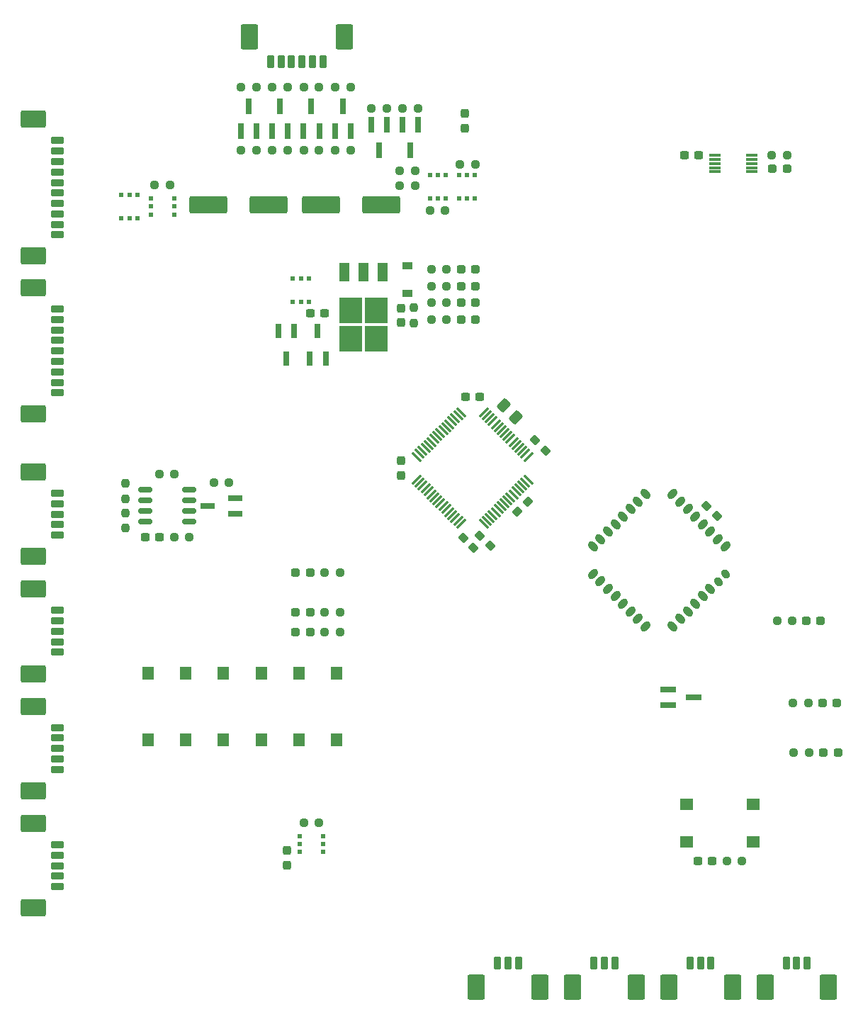
<source format=gtp>
%TF.GenerationSoftware,KiCad,Pcbnew,(6.0.11)*%
%TF.CreationDate,2023-08-10T00:19:00+09:00*%
%TF.ProjectId,main,6d61696e-2e6b-4696-9361-645f70636258,rev?*%
%TF.SameCoordinates,Original*%
%TF.FileFunction,Paste,Top*%
%TF.FilePolarity,Positive*%
%FSLAX46Y46*%
G04 Gerber Fmt 4.6, Leading zero omitted, Abs format (unit mm)*
G04 Created by KiCad (PCBNEW (6.0.11)) date 2023-08-10 00:19:00*
%MOMM*%
%LPD*%
G01*
G04 APERTURE LIST*
G04 Aperture macros list*
%AMRoundRect*
0 Rectangle with rounded corners*
0 $1 Rounding radius*
0 $2 $3 $4 $5 $6 $7 $8 $9 X,Y pos of 4 corners*
0 Add a 4 corners polygon primitive as box body*
4,1,4,$2,$3,$4,$5,$6,$7,$8,$9,$2,$3,0*
0 Add four circle primitives for the rounded corners*
1,1,$1+$1,$2,$3*
1,1,$1+$1,$4,$5*
1,1,$1+$1,$6,$7*
1,1,$1+$1,$8,$9*
0 Add four rect primitives between the rounded corners*
20,1,$1+$1,$2,$3,$4,$5,0*
20,1,$1+$1,$4,$5,$6,$7,0*
20,1,$1+$1,$6,$7,$8,$9,0*
20,1,$1+$1,$8,$9,$2,$3,0*%
%AMHorizOval*
0 Thick line with rounded ends*
0 $1 width*
0 $2 $3 position (X,Y) of the first rounded end (center of the circle)*
0 $4 $5 position (X,Y) of the second rounded end (center of the circle)*
0 Add line between two ends*
20,1,$1,$2,$3,$4,$5,0*
0 Add two circle primitives to create the rounded ends*
1,1,$1,$2,$3*
1,1,$1,$4,$5*%
G04 Aperture macros list end*
%ADD10RoundRect,0.237500X0.300000X0.237500X-0.300000X0.237500X-0.300000X-0.237500X0.300000X-0.237500X0*%
%ADD11RoundRect,0.237500X0.380070X-0.044194X-0.044194X0.380070X-0.380070X0.044194X0.044194X-0.380070X0*%
%ADD12R,1.400000X1.600000*%
%ADD13RoundRect,0.237500X-0.237500X0.300000X-0.237500X-0.300000X0.237500X-0.300000X0.237500X0.300000X0*%
%ADD14RoundRect,0.237500X-0.250000X-0.237500X0.250000X-0.237500X0.250000X0.237500X-0.250000X0.237500X0*%
%ADD15RoundRect,0.237500X0.287500X0.237500X-0.287500X0.237500X-0.287500X-0.237500X0.287500X-0.237500X0*%
%ADD16R,0.620000X0.575000*%
%ADD17R,1.200000X0.900000*%
%ADD18R,1.900000X0.800000*%
%ADD19R,1.800000X0.800000*%
%ADD20RoundRect,0.237500X0.250000X0.237500X-0.250000X0.237500X-0.250000X-0.237500X0.250000X-0.237500X0*%
%ADD21RoundRect,0.200000X-0.600000X0.200000X-0.600000X-0.200000X0.600000X-0.200000X0.600000X0.200000X0*%
%ADD22RoundRect,0.250001X-1.249999X0.799999X-1.249999X-0.799999X1.249999X-0.799999X1.249999X0.799999X0*%
%ADD23RoundRect,0.237500X-0.237500X0.250000X-0.237500X-0.250000X0.237500X-0.250000X0.237500X0.250000X0*%
%ADD24RoundRect,0.237500X-0.287500X-0.237500X0.287500X-0.237500X0.287500X0.237500X-0.287500X0.237500X0*%
%ADD25R,0.575000X0.620000*%
%ADD26RoundRect,0.237500X0.237500X-0.300000X0.237500X0.300000X-0.237500X0.300000X-0.237500X-0.300000X0*%
%ADD27RoundRect,0.200000X0.200000X0.600000X-0.200000X0.600000X-0.200000X-0.600000X0.200000X-0.600000X0*%
%ADD28RoundRect,0.250001X0.799999X1.249999X-0.799999X1.249999X-0.799999X-1.249999X0.799999X-1.249999X0*%
%ADD29RoundRect,0.237500X-0.380070X0.044194X0.044194X-0.380070X0.380070X-0.044194X-0.044194X0.380070X0*%
%ADD30R,1.600000X1.400000*%
%ADD31RoundRect,0.237500X0.237500X-0.250000X0.237500X0.250000X-0.237500X0.250000X-0.237500X-0.250000X0*%
%ADD32RoundRect,0.250001X-1.999999X-0.799999X1.999999X-0.799999X1.999999X0.799999X-1.999999X0.799999X0*%
%ADD33RoundRect,0.250001X1.999999X0.799999X-1.999999X0.799999X-1.999999X-0.799999X1.999999X-0.799999X0*%
%ADD34R,2.750000X3.050000*%
%ADD35R,1.200000X2.200000*%
%ADD36HorizOval,0.900000X-0.176777X-0.176777X0.176777X0.176777X0*%
%ADD37HorizOval,0.900000X-0.176777X0.176777X0.176777X-0.176777X0*%
%ADD38HorizOval,0.900000X-0.106066X0.106066X0.106066X-0.106066X0*%
%ADD39R,0.800000X1.900000*%
%ADD40RoundRect,0.200000X-0.200000X-0.600000X0.200000X-0.600000X0.200000X0.600000X-0.200000X0.600000X0*%
%ADD41RoundRect,0.250001X-0.799999X-1.249999X0.799999X-1.249999X0.799999X1.249999X-0.799999X1.249999X0*%
%ADD42R,1.400000X0.300000*%
%ADD43RoundRect,0.075000X0.548008X-0.441942X-0.441942X0.548008X-0.548008X0.441942X0.441942X-0.548008X0*%
%ADD44RoundRect,0.075000X0.548008X0.441942X0.441942X0.548008X-0.548008X-0.441942X-0.441942X-0.548008X0*%
%ADD45RoundRect,0.237500X0.044194X0.380070X-0.380070X-0.044194X-0.044194X-0.380070X0.380070X0.044194X0*%
%ADD46RoundRect,0.237500X-0.300000X-0.237500X0.300000X-0.237500X0.300000X0.237500X-0.300000X0.237500X0*%
%ADD47R,0.800000X1.800000*%
%ADD48RoundRect,0.250000X0.574524X0.097227X0.097227X0.574524X-0.574524X-0.097227X-0.097227X-0.574524X0*%
%ADD49RoundRect,0.150000X0.675000X0.150000X-0.675000X0.150000X-0.675000X-0.150000X0.675000X-0.150000X0*%
G04 APERTURE END LIST*
D10*
%TO.C,C17*%
X96112500Y-79840000D03*
X94387500Y-79840000D03*
%TD*%
D11*
%TO.C,C21*%
X142959880Y-104049880D03*
X141740120Y-102830120D03*
%TD*%
D12*
%TO.C,SW7*%
X79500000Y-130840000D03*
X79500000Y-122840000D03*
X75000000Y-122840000D03*
X75000000Y-130840000D03*
%TD*%
D13*
%TO.C,C22*%
X105250000Y-79227500D03*
X105250000Y-80952500D03*
%TD*%
D14*
%TO.C,R67*%
X93587500Y-52840000D03*
X95412500Y-52840000D03*
%TD*%
%TO.C,R47*%
X96087500Y-115540000D03*
X97912500Y-115540000D03*
%TD*%
%TO.C,R69*%
X86087500Y-52840000D03*
X87912500Y-52840000D03*
%TD*%
%TO.C,R48*%
X96087500Y-117940000D03*
X97912500Y-117940000D03*
%TD*%
D10*
%TO.C,C18*%
X114612500Y-89840000D03*
X112887500Y-89840000D03*
%TD*%
D15*
%TO.C,D8*%
X114125000Y-74590000D03*
X112375000Y-74590000D03*
%TD*%
D14*
%TO.C,R68*%
X89837500Y-52840000D03*
X91662500Y-52840000D03*
%TD*%
D16*
%TO.C,Q9*%
X92300000Y-78478000D03*
X93250000Y-78478000D03*
X94200000Y-78478000D03*
X94200000Y-75702000D03*
X93250000Y-75702000D03*
X92300000Y-75702000D03*
%TD*%
D17*
%TO.C,D7*%
X106000000Y-74190000D03*
X106000000Y-77490000D03*
%TD*%
D18*
%TO.C,Q6*%
X137150000Y-124790000D03*
X137150000Y-126690000D03*
X140150000Y-125740000D03*
%TD*%
D19*
%TO.C,Q14*%
X85400000Y-103790000D03*
X85400000Y-101890000D03*
X82100000Y-102840000D03*
%TD*%
D20*
%TO.C,R39*%
X153862500Y-126440000D03*
X152037500Y-126440000D03*
%TD*%
D16*
%TO.C,Q8*%
X112150000Y-66140000D03*
X113100000Y-66140000D03*
X114050000Y-66140000D03*
X114050000Y-63364000D03*
X113100000Y-63364000D03*
X112150000Y-63364000D03*
%TD*%
D14*
%TO.C,R70*%
X93587500Y-140690000D03*
X95412500Y-140690000D03*
%TD*%
D21*
%TO.C,J10*%
X64150000Y-143340000D03*
X64150000Y-144590000D03*
X64150000Y-145840000D03*
X64150000Y-147090000D03*
X64150000Y-148340000D03*
D22*
X61250000Y-140790000D03*
X61250000Y-150890000D03*
%TD*%
D20*
%TO.C,R65*%
X87912500Y-60340000D03*
X86087500Y-60340000D03*
%TD*%
%TO.C,R62*%
X99162500Y-60340000D03*
X97337500Y-60340000D03*
%TD*%
D23*
%TO.C,R58*%
X72250000Y-103677500D03*
X72250000Y-105502500D03*
%TD*%
D14*
%TO.C,R52*%
X78087500Y-106590000D03*
X79912500Y-106590000D03*
%TD*%
D21*
%TO.C,J8*%
X64150000Y-115340000D03*
X64150000Y-116590000D03*
X64150000Y-117840000D03*
X64150000Y-119090000D03*
X64150000Y-120340000D03*
D22*
X61250000Y-122890000D03*
X61250000Y-112790000D03*
%TD*%
D15*
%TO.C,D13*%
X157325000Y-126440000D03*
X155575000Y-126440000D03*
%TD*%
D20*
%TO.C,R18*%
X145962500Y-145240000D03*
X144137500Y-145240000D03*
%TD*%
D21*
%TO.C,J7*%
X64150000Y-101340000D03*
X64150000Y-102590000D03*
X64150000Y-103840000D03*
X64150000Y-105090000D03*
X64150000Y-106340000D03*
D22*
X61250000Y-98790000D03*
X61250000Y-108890000D03*
%TD*%
D24*
%TO.C,D12*%
X92625000Y-110840000D03*
X94375000Y-110840000D03*
%TD*%
D20*
%TO.C,R63*%
X95412500Y-60340000D03*
X93587500Y-60340000D03*
%TD*%
D25*
%TO.C,Q25*%
X95888000Y-144190000D03*
X95888000Y-143240000D03*
X95888000Y-142290000D03*
X93112000Y-142290000D03*
X93112000Y-143240000D03*
X93112000Y-144190000D03*
%TD*%
D26*
%TO.C,C9*%
X112850000Y-57702500D03*
X112850000Y-55977500D03*
%TD*%
D13*
%TO.C,C25*%
X105250000Y-97477500D03*
X105250000Y-99202500D03*
%TD*%
D20*
%TO.C,R40*%
X153962500Y-132340000D03*
X152137500Y-132340000D03*
%TD*%
D27*
%TO.C,J2*%
X95875000Y-49740000D03*
X94625000Y-49740000D03*
X93375000Y-49740000D03*
X92125000Y-49740000D03*
X90875000Y-49740000D03*
X89625000Y-49740000D03*
D28*
X87075000Y-46840000D03*
X98425000Y-46840000D03*
%TD*%
D15*
%TO.C,D2*%
X155362500Y-116540000D03*
X153612500Y-116540000D03*
%TD*%
D29*
%TO.C,C19*%
X121240120Y-95030120D03*
X122459880Y-96249880D03*
%TD*%
D30*
%TO.C,SW3*%
X139300000Y-142990000D03*
X147300000Y-142990000D03*
X147300000Y-138490000D03*
X139300000Y-138490000D03*
%TD*%
D31*
%TO.C,R38*%
X106750000Y-81002500D03*
X106750000Y-79177500D03*
%TD*%
D14*
%TO.C,R54*%
X105425000Y-55340000D03*
X107250000Y-55340000D03*
%TD*%
D15*
%TO.C,D14*%
X157425000Y-132340000D03*
X155675000Y-132340000D03*
%TD*%
D20*
%TO.C,R26*%
X110500000Y-67590000D03*
X108675000Y-67590000D03*
%TD*%
D32*
%TO.C,C5*%
X82150000Y-66840000D03*
X89350000Y-66840000D03*
%TD*%
D10*
%TO.C,C14*%
X142412500Y-145240000D03*
X140687500Y-145240000D03*
%TD*%
D33*
%TO.C,C16*%
X102850000Y-66840000D03*
X95650000Y-66840000D03*
%TD*%
D24*
%TO.C,D3*%
X149575000Y-62540000D03*
X151325000Y-62540000D03*
%TD*%
D15*
%TO.C,D10*%
X114125000Y-78590000D03*
X112375000Y-78590000D03*
%TD*%
D14*
%TO.C,R1*%
X75787500Y-64540000D03*
X77612500Y-64540000D03*
%TD*%
D34*
%TO.C,U5*%
X99225000Y-79515000D03*
X102275000Y-79515000D03*
X102275000Y-82865000D03*
X99225000Y-82865000D03*
D35*
X103030000Y-74890000D03*
X100750000Y-74890000D03*
X98470000Y-74890000D03*
%TD*%
D20*
%TO.C,R64*%
X91662500Y-60340000D03*
X89837500Y-60340000D03*
%TD*%
D23*
%TO.C,R57*%
X72250000Y-100177500D03*
X72250000Y-102002500D03*
%TD*%
D36*
%TO.C,U6*%
X143955454Y-107720725D03*
X143057428Y-106822700D03*
X142159403Y-105924674D03*
X141261377Y-105026649D03*
X140363351Y-104128623D03*
X139465326Y-103230597D03*
X138567300Y-102332572D03*
X137669275Y-101434546D03*
D37*
X134430725Y-101434546D03*
X133532700Y-102332572D03*
X132634674Y-103230597D03*
X131736649Y-104128623D03*
X130838623Y-105026649D03*
X129940597Y-105924674D03*
X129042572Y-106822700D03*
X128144546Y-107720725D03*
D36*
X128144546Y-110959275D03*
X129042572Y-111857300D03*
X129940597Y-112755326D03*
X130838623Y-113653351D03*
X131736649Y-114551377D03*
X132634674Y-115449403D03*
X133532700Y-116347428D03*
X134430725Y-117245454D03*
D37*
X137669275Y-117245454D03*
X138567300Y-116347428D03*
X139465326Y-115449403D03*
X140363351Y-114551377D03*
X141261377Y-113653351D03*
X142159403Y-112755326D03*
D38*
X143128139Y-111928011D03*
X144026164Y-111029985D03*
%TD*%
D16*
%TO.C,Q11*%
X110550000Y-63364000D03*
X109600000Y-63364000D03*
X108650000Y-63364000D03*
X108650000Y-66140000D03*
X109600000Y-66140000D03*
X110550000Y-66140000D03*
%TD*%
D25*
%TO.C,Q3*%
X78138000Y-68040000D03*
X78138000Y-67090000D03*
X78138000Y-66140000D03*
X75362000Y-66140000D03*
X75362000Y-67090000D03*
X75362000Y-68040000D03*
%TD*%
D39*
%TO.C,Q23*%
X89800000Y-58090000D03*
X91700000Y-58090000D03*
X90750000Y-55090000D03*
%TD*%
D13*
%TO.C,C35*%
X91550000Y-144027500D03*
X91550000Y-145752500D03*
%TD*%
D40*
%TO.C,J13*%
X116750000Y-157440000D03*
X118000000Y-157440000D03*
X119250000Y-157440000D03*
D41*
X114200000Y-160340000D03*
X121800000Y-160340000D03*
%TD*%
D14*
%TO.C,R53*%
X101675000Y-55340000D03*
X103500000Y-55340000D03*
%TD*%
D39*
%TO.C,Q21*%
X97300000Y-58090000D03*
X99200000Y-58090000D03*
X98250000Y-55090000D03*
%TD*%
D12*
%TO.C,SW11*%
X97500000Y-130840000D03*
X97500000Y-122840000D03*
X93000000Y-130840000D03*
X93000000Y-122840000D03*
%TD*%
D42*
%TO.C,U2*%
X147150000Y-62940000D03*
X147150000Y-62440000D03*
X147150000Y-61940000D03*
X147150000Y-61440000D03*
X147150000Y-60940000D03*
X142750000Y-60940000D03*
X142750000Y-61440000D03*
X142750000Y-61940000D03*
X142750000Y-62440000D03*
X142750000Y-62940000D03*
%TD*%
D43*
%TO.C,U7*%
X115111181Y-105004481D03*
X115464734Y-104650928D03*
X115818287Y-104297375D03*
X116171841Y-103943821D03*
X116525394Y-103590268D03*
X116878948Y-103236714D03*
X117232501Y-102883161D03*
X117586054Y-102529608D03*
X117939608Y-102176054D03*
X118293161Y-101822501D03*
X118646714Y-101468948D03*
X119000268Y-101115394D03*
X119353821Y-100761841D03*
X119707375Y-100408287D03*
X120060928Y-100054734D03*
X120414481Y-99701181D03*
D44*
X120414481Y-96978819D03*
X120060928Y-96625266D03*
X119707375Y-96271713D03*
X119353821Y-95918159D03*
X119000268Y-95564606D03*
X118646714Y-95211052D03*
X118293161Y-94857499D03*
X117939608Y-94503946D03*
X117586054Y-94150392D03*
X117232501Y-93796839D03*
X116878948Y-93443286D03*
X116525394Y-93089732D03*
X116171841Y-92736179D03*
X115818287Y-92382625D03*
X115464734Y-92029072D03*
X115111181Y-91675519D03*
D43*
X112388819Y-91675519D03*
X112035266Y-92029072D03*
X111681713Y-92382625D03*
X111328159Y-92736179D03*
X110974606Y-93089732D03*
X110621052Y-93443286D03*
X110267499Y-93796839D03*
X109913946Y-94150392D03*
X109560392Y-94503946D03*
X109206839Y-94857499D03*
X108853286Y-95211052D03*
X108499732Y-95564606D03*
X108146179Y-95918159D03*
X107792625Y-96271713D03*
X107439072Y-96625266D03*
X107085519Y-96978819D03*
D44*
X107085519Y-99701181D03*
X107439072Y-100054734D03*
X107792625Y-100408287D03*
X108146179Y-100761841D03*
X108499732Y-101115394D03*
X108853286Y-101468948D03*
X109206839Y-101822501D03*
X109560392Y-102176054D03*
X109913946Y-102529608D03*
X110267499Y-102883161D03*
X110621052Y-103236714D03*
X110974606Y-103590268D03*
X111328159Y-103943821D03*
X111681713Y-104297375D03*
X112035266Y-104650928D03*
X112388819Y-105004481D03*
%TD*%
D29*
%TO.C,C20*%
X114630240Y-106420240D03*
X115850000Y-107640000D03*
%TD*%
D20*
%TO.C,R35*%
X110662500Y-80590000D03*
X108837500Y-80590000D03*
%TD*%
D45*
%TO.C,C27*%
X120359880Y-102330120D03*
X119140120Y-103549880D03*
%TD*%
D14*
%TO.C,R23*%
X105087500Y-64590000D03*
X106912500Y-64590000D03*
%TD*%
D20*
%TO.C,R24*%
X106912500Y-62840000D03*
X105087500Y-62840000D03*
%TD*%
D46*
%TO.C,C31*%
X74637500Y-106590000D03*
X76362500Y-106590000D03*
%TD*%
D12*
%TO.C,SW8*%
X84000000Y-122840000D03*
X84000000Y-130840000D03*
X88500000Y-130840000D03*
X88500000Y-122840000D03*
%TD*%
D15*
%TO.C,D11*%
X114125000Y-80590000D03*
X112375000Y-80590000D03*
%TD*%
D47*
%TO.C,Q7*%
X92450000Y-81940000D03*
X90550000Y-81940000D03*
X91500000Y-85240000D03*
%TD*%
D20*
%TO.C,R59*%
X78162500Y-99090000D03*
X76337500Y-99090000D03*
%TD*%
D39*
%TO.C,Q16*%
X107287500Y-57340000D03*
X105387500Y-57340000D03*
X106337500Y-60340000D03*
%TD*%
D16*
%TO.C,Q1*%
X71800000Y-68478000D03*
X72750000Y-68478000D03*
X73700000Y-68478000D03*
X73700000Y-65702000D03*
X72750000Y-65702000D03*
X71800000Y-65702000D03*
%TD*%
D47*
%TO.C,Q10*%
X94300000Y-85240000D03*
X96200000Y-85240000D03*
X95250000Y-81940000D03*
%TD*%
D39*
%TO.C,Q24*%
X86050000Y-58090000D03*
X87950000Y-58090000D03*
X87000000Y-55090000D03*
%TD*%
D14*
%TO.C,R21*%
X112250000Y-62090000D03*
X114075000Y-62090000D03*
%TD*%
D29*
%TO.C,C24*%
X112640120Y-106630120D03*
X113859880Y-107849880D03*
%TD*%
D14*
%TO.C,R36*%
X96087500Y-110840000D03*
X97912500Y-110840000D03*
%TD*%
D24*
%TO.C,D15*%
X92625000Y-115540000D03*
X94375000Y-115540000D03*
%TD*%
D20*
%TO.C,R12*%
X151362500Y-60940000D03*
X149537500Y-60940000D03*
%TD*%
%TO.C,R32*%
X110662500Y-74590000D03*
X108837500Y-74590000D03*
%TD*%
D15*
%TO.C,D9*%
X114125000Y-76590000D03*
X112375000Y-76590000D03*
%TD*%
D40*
%TO.C,J14*%
X128250000Y-157440000D03*
X129500000Y-157440000D03*
X130750000Y-157440000D03*
D41*
X133300000Y-160340000D03*
X125700000Y-160340000D03*
%TD*%
D20*
%TO.C,R34*%
X110662500Y-78590000D03*
X108837500Y-78590000D03*
%TD*%
D39*
%TO.C,Q22*%
X93550000Y-58090000D03*
X95450000Y-58090000D03*
X94500000Y-55090000D03*
%TD*%
D21*
%TO.C,J12*%
X64150000Y-59215000D03*
X64150000Y-60465000D03*
X64150000Y-61715000D03*
X64150000Y-62965000D03*
X64150000Y-64215000D03*
X64150000Y-65465000D03*
X64150000Y-66715000D03*
X64150000Y-67965000D03*
X64150000Y-69215000D03*
X64150000Y-70465000D03*
D22*
X61250000Y-73015000D03*
X61250000Y-56665000D03*
%TD*%
D14*
%TO.C,R66*%
X97337500Y-52840000D03*
X99162500Y-52840000D03*
%TD*%
D40*
%TO.C,J15*%
X139750000Y-157440000D03*
X141000000Y-157440000D03*
X142250000Y-157440000D03*
D41*
X137200000Y-160340000D03*
X144800000Y-160340000D03*
%TD*%
D20*
%TO.C,R6*%
X151962500Y-116540000D03*
X150137500Y-116540000D03*
%TD*%
D24*
%TO.C,D16*%
X92625000Y-117940000D03*
X94375000Y-117940000D03*
%TD*%
D21*
%TO.C,J9*%
X64150000Y-129340000D03*
X64150000Y-130590000D03*
X64150000Y-131840000D03*
X64150000Y-133090000D03*
X64150000Y-134340000D03*
D22*
X61250000Y-136890000D03*
X61250000Y-126790000D03*
%TD*%
D39*
%TO.C,Q15*%
X103537500Y-57340000D03*
X101637500Y-57340000D03*
X102587500Y-60340000D03*
%TD*%
D20*
%TO.C,R33*%
X110662500Y-76590000D03*
X108837500Y-76590000D03*
%TD*%
D48*
%TO.C,C26*%
X118967246Y-92290869D03*
X117500000Y-90823623D03*
%TD*%
D49*
%TO.C,U9*%
X79875000Y-104745000D03*
X79875000Y-103475000D03*
X79875000Y-102205000D03*
X79875000Y-100935000D03*
X74625000Y-100935000D03*
X74625000Y-102205000D03*
X74625000Y-103475000D03*
X74625000Y-104745000D03*
%TD*%
D10*
%TO.C,C7*%
X140812500Y-60940000D03*
X139087500Y-60940000D03*
%TD*%
D40*
%TO.C,J16*%
X151250000Y-157440000D03*
X152500000Y-157440000D03*
X153750000Y-157440000D03*
D41*
X156300000Y-160340000D03*
X148700000Y-160340000D03*
%TD*%
D20*
%TO.C,R51*%
X84662500Y-100090000D03*
X82837500Y-100090000D03*
%TD*%
D21*
%TO.C,J11*%
X64150000Y-79340000D03*
X64150000Y-80590000D03*
X64150000Y-81840000D03*
X64150000Y-83090000D03*
X64150000Y-84340000D03*
X64150000Y-85590000D03*
X64150000Y-86840000D03*
X64150000Y-88090000D03*
X64150000Y-89340000D03*
D22*
X61250000Y-91890000D03*
X61250000Y-76790000D03*
%TD*%
M02*

</source>
